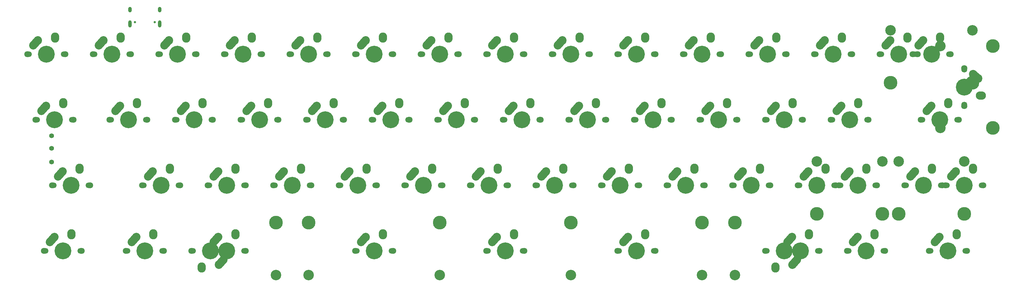
<source format=gbr>
%TF.GenerationSoftware,KiCad,Pcbnew,(6.0.4)*%
%TF.CreationDate,2022-03-30T13:59:28+02:00*%
%TF.ProjectId,32u2,33327532-2e6b-4696-9361-645f70636258,rev?*%
%TF.SameCoordinates,Original*%
%TF.FileFunction,Soldermask,Top*%
%TF.FilePolarity,Negative*%
%FSLAX46Y46*%
G04 Gerber Fmt 4.6, Leading zero omitted, Abs format (unit mm)*
G04 Created by KiCad (PCBNEW (6.0.4)) date 2022-03-30 13:59:28*
%MOMM*%
%LPD*%
G01*
G04 APERTURE LIST*
G04 Aperture macros list*
%AMHorizOval*
0 Thick line with rounded ends*
0 $1 width*
0 $2 $3 position (X,Y) of the first rounded end (center of the circle)*
0 $4 $5 position (X,Y) of the second rounded end (center of the circle)*
0 Add line between two ends*
20,1,$1,$2,$3,$4,$5,0*
0 Add two circle primitives to create the rounded ends*
1,1,$1,$2,$3*
1,1,$1,$4,$5*%
G04 Aperture macros list end*
%ADD10C,1.800000*%
%ADD11C,1.700000*%
%ADD12C,4.900000*%
%ADD13C,2.400000*%
%ADD14HorizOval,2.400000X-0.669131X-0.743145X0.669131X0.743145X0*%
%ADD15O,2.400000X2.950000*%
%ADD16C,3.987800*%
%ADD17C,3.048000*%
%ADD18HorizOval,2.400000X-0.743145X0.669131X0.743145X-0.669131X0*%
%ADD19O,2.950000X2.400000*%
%ADD20C,1.400000*%
%ADD21HorizOval,2.400000X0.669131X0.743145X-0.669131X-0.743145X0*%
%ADD22C,0.650000*%
%ADD23O,1.000000X1.600000*%
%ADD24O,1.000000X2.100000*%
G04 APERTURE END LIST*
D10*
%TO.C,SW1\u002C11*%
X238125001Y-79168249D03*
D11*
X237705001Y-79168249D03*
D10*
X227125001Y-79168249D03*
D11*
X227545001Y-79168249D03*
D12*
X232625001Y-79168249D03*
D13*
X230125001Y-75168249D03*
D14*
X229494132Y-75875104D03*
D15*
X235125001Y-74368249D03*
%TD*%
D16*
%TO.C,REF\u002A\u002A*%
X208812501Y-109013249D03*
D17*
X170712501Y-124253249D03*
X208812501Y-124253249D03*
D16*
X170712501Y-109013249D03*
%TD*%
D10*
%TO.C,SW1\u002C13_1*%
X285012501Y-64143249D03*
D11*
X285012501Y-64563249D03*
D10*
X285012501Y-75143249D03*
D12*
X285012501Y-69643249D03*
D11*
X285012501Y-74723249D03*
D18*
X288305646Y-66512380D03*
D13*
X289012501Y-67143249D03*
D19*
X289812501Y-72143249D03*
%TD*%
D12*
%TO.C,SW0\u002C2*%
X56412501Y-60118249D03*
D11*
X61492501Y-60118249D03*
D10*
X61912501Y-60118249D03*
X50912501Y-60118249D03*
D11*
X51332501Y-60118249D03*
D14*
X53281632Y-56825104D03*
D13*
X53912501Y-56118249D03*
D15*
X58912501Y-55318249D03*
%TD*%
D12*
%TO.C,SW2\u002C3*%
X89750001Y-98218249D03*
D11*
X84670001Y-98218249D03*
X94830001Y-98218249D03*
D10*
X95250001Y-98218249D03*
X84250001Y-98218249D03*
D13*
X87250001Y-94218249D03*
D14*
X86619132Y-94925104D03*
D15*
X92250001Y-93418249D03*
%TD*%
D10*
%TO.C,SW3\u002C6*%
X146162501Y-117268249D03*
D11*
X146582501Y-117268249D03*
X156742501Y-117268249D03*
D10*
X157162501Y-117268249D03*
D12*
X151662501Y-117268249D03*
D14*
X148531632Y-113975104D03*
D13*
X149162501Y-113268249D03*
D15*
X154162501Y-112468249D03*
%TD*%
D11*
%TO.C,SW2\u002C5*%
X132930001Y-98218249D03*
D10*
X122350001Y-98218249D03*
D12*
X127850001Y-98218249D03*
D11*
X122770001Y-98218249D03*
D10*
X133350001Y-98218249D03*
D13*
X125350001Y-94218249D03*
D14*
X124719132Y-94925104D03*
D15*
X130350001Y-93418249D03*
%TD*%
D11*
%TO.C,SW2\u002C7*%
X171030001Y-98218249D03*
D10*
X171450001Y-98218249D03*
D12*
X165950001Y-98218249D03*
D10*
X160450001Y-98218249D03*
D11*
X160870001Y-98218249D03*
D13*
X163450001Y-94218249D03*
D14*
X162819132Y-94925104D03*
D15*
X168450001Y-93418249D03*
%TD*%
D16*
%TO.C,REF\u002A\u002A*%
X293267501Y-81549499D03*
D17*
X278027501Y-81549499D03*
X278027501Y-57736999D03*
D16*
X293267501Y-57736999D03*
%TD*%
D11*
%TO.C,SW1\u002C13*%
X282948751Y-79168249D03*
D10*
X272368751Y-79168249D03*
D12*
X277868751Y-79168249D03*
D11*
X272788751Y-79168249D03*
D10*
X283368751Y-79168249D03*
D13*
X275368751Y-75168249D03*
D14*
X274737882Y-75875104D03*
D15*
X280368751Y-74368249D03*
%TD*%
D12*
%TO.C,SW2\u002C12_1*%
X285012501Y-98218249D03*
D11*
X279932501Y-98218249D03*
D10*
X290512501Y-98218249D03*
D11*
X290092501Y-98218249D03*
D10*
X279512501Y-98218249D03*
D13*
X282512501Y-94218249D03*
D14*
X281881632Y-94925104D03*
D15*
X287512501Y-93418249D03*
%TD*%
D10*
%TO.C,SW0\u002C5*%
X119062501Y-60118249D03*
D11*
X118642501Y-60118249D03*
X108482501Y-60118249D03*
D12*
X113562501Y-60118249D03*
D10*
X108062501Y-60118249D03*
D13*
X111062501Y-56118249D03*
D14*
X110431632Y-56825104D03*
D15*
X116062501Y-55318249D03*
%TD*%
D12*
%TO.C,SW3\u002C10*%
X237387501Y-117268249D03*
D11*
X242467501Y-117268249D03*
X232307501Y-117268249D03*
D10*
X242887501Y-117268249D03*
X231887501Y-117268249D03*
D14*
X234256632Y-113975104D03*
D13*
X234887501Y-113268249D03*
D15*
X239887501Y-112468249D03*
%TD*%
D20*
%TO.C,H2*%
X19800000Y-91400000D03*
%TD*%
D10*
%TO.C,SW3\u002C10_1*%
X227125001Y-117268249D03*
D11*
X227545001Y-117268249D03*
X237705001Y-117268249D03*
D12*
X232625001Y-117268249D03*
D10*
X238125001Y-117268249D03*
D13*
X235125001Y-121268249D03*
D21*
X235755870Y-120561394D03*
D15*
X230125001Y-122068249D03*
%TD*%
D11*
%TO.C,SW1\u002C12*%
X256755001Y-79168249D03*
D10*
X257175001Y-79168249D03*
D11*
X246595001Y-79168249D03*
D12*
X251675001Y-79168249D03*
D10*
X246175001Y-79168249D03*
D13*
X249175001Y-75168249D03*
D14*
X248544132Y-75875104D03*
D15*
X254175001Y-74368249D03*
%TD*%
D12*
%TO.C,SW1\u002C1*%
X42125001Y-79168249D03*
D10*
X47625001Y-79168249D03*
D11*
X37045001Y-79168249D03*
X47205001Y-79168249D03*
D10*
X36625001Y-79168249D03*
D14*
X38994132Y-75875104D03*
D13*
X39625001Y-75168249D03*
D15*
X44625001Y-74368249D03*
%TD*%
D12*
%TO.C,SW0\u002C1*%
X37362501Y-60118249D03*
D10*
X42862501Y-60118249D03*
D11*
X42442501Y-60118249D03*
X32282501Y-60118249D03*
D10*
X31862501Y-60118249D03*
D14*
X34231632Y-56825104D03*
D13*
X34862501Y-56118249D03*
D15*
X39862501Y-55318249D03*
%TD*%
D12*
%TO.C,SW2\u002C4*%
X108800001Y-98218249D03*
D11*
X113880001Y-98218249D03*
X103720001Y-98218249D03*
D10*
X114300001Y-98218249D03*
X103300001Y-98218249D03*
D13*
X106300001Y-94218249D03*
D14*
X105669132Y-94925104D03*
D15*
X111300001Y-93418249D03*
%TD*%
D11*
%TO.C,SW0\u002C11*%
X222782501Y-60118249D03*
X232942501Y-60118249D03*
D12*
X227862501Y-60118249D03*
D10*
X233362501Y-60118249D03*
X222362501Y-60118249D03*
D14*
X224731632Y-56825104D03*
D13*
X225362501Y-56118249D03*
D15*
X230362501Y-55318249D03*
%TD*%
D11*
%TO.C,SW3\u002C2_1*%
X71017501Y-117268249D03*
X60857501Y-117268249D03*
D10*
X71437501Y-117268249D03*
D12*
X65937501Y-117268249D03*
D10*
X60437501Y-117268249D03*
D21*
X69068370Y-120561394D03*
D13*
X68437501Y-121268249D03*
D15*
X63437501Y-122068249D03*
%TD*%
D17*
%TO.C,REF\u002A\u002A*%
X261200001Y-91233249D03*
D16*
X285012501Y-106473249D03*
D17*
X285012501Y-91233249D03*
D16*
X261200001Y-106473249D03*
%TD*%
D12*
%TO.C,SW2\u002C11*%
X242150001Y-98218249D03*
D10*
X247650001Y-98218249D03*
X236650001Y-98218249D03*
D11*
X237070001Y-98218249D03*
X247230001Y-98218249D03*
D14*
X239019132Y-94925104D03*
D13*
X239650001Y-94218249D03*
D15*
X244650001Y-93418249D03*
%TD*%
D10*
%TO.C,SW2\u002C1*%
X57150001Y-98218249D03*
D11*
X56730001Y-98218249D03*
D10*
X46150001Y-98218249D03*
D11*
X46570001Y-98218249D03*
D12*
X51650001Y-98218249D03*
D14*
X48519132Y-94925104D03*
D13*
X49150001Y-94218249D03*
D15*
X54150001Y-93418249D03*
%TD*%
D11*
%TO.C,SW1\u002C2*%
X56095001Y-79168249D03*
D12*
X61175001Y-79168249D03*
D10*
X66675001Y-79168249D03*
X55675001Y-79168249D03*
D11*
X66255001Y-79168249D03*
D13*
X58675001Y-75168249D03*
D14*
X58044132Y-75875104D03*
D15*
X63675001Y-74368249D03*
%TD*%
D20*
%TO.C,H1*%
X19800000Y-83800000D03*
%TD*%
D11*
%TO.C,SW1\u002C4*%
X94195001Y-79168249D03*
D12*
X99275001Y-79168249D03*
D11*
X104355001Y-79168249D03*
D10*
X93775001Y-79168249D03*
X104775001Y-79168249D03*
D13*
X96775001Y-75168249D03*
D14*
X96144132Y-75875104D03*
D15*
X101775001Y-74368249D03*
%TD*%
D10*
%TO.C,SW3\u002C2*%
X76200001Y-117268249D03*
D12*
X70700001Y-117268249D03*
D11*
X65620001Y-117268249D03*
D10*
X65200001Y-117268249D03*
D11*
X75780001Y-117268249D03*
D14*
X67569132Y-113975104D03*
D13*
X68200001Y-113268249D03*
D15*
X73200001Y-112468249D03*
%TD*%
D16*
%TO.C,REF\u002A\u002A*%
X263581251Y-68373249D03*
D17*
X287393751Y-53133249D03*
D16*
X287393751Y-68373249D03*
D17*
X263581251Y-53133249D03*
%TD*%
D11*
%TO.C,SW0\u002C10*%
X213892501Y-60118249D03*
D10*
X203312501Y-60118249D03*
D11*
X203732501Y-60118249D03*
D10*
X214312501Y-60118249D03*
D12*
X208812501Y-60118249D03*
D14*
X205681632Y-56825104D03*
D13*
X206312501Y-56118249D03*
D15*
X211312501Y-55318249D03*
%TD*%
D10*
%TO.C,SW0\u002C6*%
X138112501Y-60118249D03*
X127112501Y-60118249D03*
D12*
X132612501Y-60118249D03*
D11*
X127532501Y-60118249D03*
X137692501Y-60118249D03*
D14*
X129481632Y-56825104D03*
D13*
X130112501Y-56118249D03*
D15*
X135112501Y-55318249D03*
%TD*%
D10*
%TO.C,SW1\u002C3*%
X85725001Y-79168249D03*
D11*
X75145001Y-79168249D03*
X85305001Y-79168249D03*
D12*
X80225001Y-79168249D03*
D10*
X74725001Y-79168249D03*
D14*
X77094132Y-75875104D03*
D13*
X77725001Y-75168249D03*
D15*
X82725001Y-74368249D03*
%TD*%
D10*
%TO.C,SW2\u002C2*%
X76200001Y-98218249D03*
D11*
X75780001Y-98218249D03*
D12*
X70700001Y-98218249D03*
D10*
X65200001Y-98218249D03*
D11*
X65620001Y-98218249D03*
D14*
X67569132Y-94925104D03*
D13*
X68200001Y-94218249D03*
D15*
X73200001Y-93418249D03*
%TD*%
D12*
%TO.C,SW3\u002C11*%
X256437501Y-117268249D03*
D11*
X251357501Y-117268249D03*
D10*
X261937501Y-117268249D03*
X250937501Y-117268249D03*
D11*
X261517501Y-117268249D03*
D14*
X253306632Y-113975104D03*
D13*
X253937501Y-113268249D03*
D15*
X258937501Y-112468249D03*
%TD*%
D12*
%TO.C,SW2\u002C0*%
X25456251Y-98218249D03*
D11*
X30536251Y-98218249D03*
D10*
X19956251Y-98218249D03*
D11*
X20376251Y-98218249D03*
D10*
X30956251Y-98218249D03*
D14*
X22325382Y-94925104D03*
D13*
X22956251Y-94218249D03*
D15*
X27956251Y-93418249D03*
%TD*%
D10*
%TO.C,SW0\u002C9*%
X184262501Y-60118249D03*
X195262501Y-60118249D03*
D11*
X194842501Y-60118249D03*
X184682501Y-60118249D03*
D12*
X189762501Y-60118249D03*
D13*
X187262501Y-56118249D03*
D14*
X186631632Y-56825104D03*
D15*
X192262501Y-55318249D03*
%TD*%
D10*
%TO.C,SW0\u002C4*%
X89012501Y-60118249D03*
D12*
X94512501Y-60118249D03*
D11*
X99592501Y-60118249D03*
D10*
X100012501Y-60118249D03*
D11*
X89432501Y-60118249D03*
D14*
X91381632Y-56825104D03*
D13*
X92012501Y-56118249D03*
D15*
X97012501Y-55318249D03*
%TD*%
D10*
%TO.C,SW3\u002C12*%
X274750001Y-117268249D03*
X285750001Y-117268249D03*
D12*
X280250001Y-117268249D03*
D11*
X275170001Y-117268249D03*
X285330001Y-117268249D03*
D14*
X277119132Y-113975104D03*
D13*
X277750001Y-113268249D03*
D15*
X282750001Y-112468249D03*
%TD*%
D11*
%TO.C,SW2\u002C6*%
X141820001Y-98218249D03*
X151980001Y-98218249D03*
D10*
X141400001Y-98218249D03*
D12*
X146900001Y-98218249D03*
D10*
X152400001Y-98218249D03*
D14*
X143769132Y-94925104D03*
D13*
X144400001Y-94218249D03*
D15*
X149400001Y-93418249D03*
%TD*%
D11*
%TO.C,SW2\u002C13*%
X248976251Y-98218249D03*
D10*
X259556251Y-98218249D03*
D12*
X254056251Y-98218249D03*
D10*
X248556251Y-98218249D03*
D11*
X259136251Y-98218249D03*
D13*
X251556251Y-94218249D03*
D14*
X250925382Y-94925104D03*
D15*
X256556251Y-93418249D03*
%TD*%
D10*
%TO.C,SW1\u002C6*%
X142875001Y-79168249D03*
X131875001Y-79168249D03*
D11*
X132295001Y-79168249D03*
D12*
X137375001Y-79168249D03*
D11*
X142455001Y-79168249D03*
D14*
X134244132Y-75875104D03*
D13*
X134875001Y-75168249D03*
D15*
X139875001Y-74368249D03*
%TD*%
D11*
%TO.C,SW0\u002C12*%
X241832501Y-60118249D03*
X251992501Y-60118249D03*
D10*
X241412501Y-60118249D03*
X252412501Y-60118249D03*
D12*
X246912501Y-60118249D03*
D14*
X243781632Y-56825104D03*
D13*
X244412501Y-56118249D03*
D15*
X249412501Y-55318249D03*
%TD*%
D12*
%TO.C,SW0\u002C8*%
X170712501Y-60118249D03*
D11*
X165632501Y-60118249D03*
D10*
X176212501Y-60118249D03*
D11*
X175792501Y-60118249D03*
D10*
X165212501Y-60118249D03*
D13*
X168212501Y-56118249D03*
D14*
X167581632Y-56825104D03*
D15*
X173212501Y-55318249D03*
%TD*%
D12*
%TO.C,SW1\u002C0*%
X20693751Y-79168249D03*
D10*
X26193751Y-79168249D03*
D11*
X15613751Y-79168249D03*
D10*
X15193751Y-79168249D03*
D11*
X25773751Y-79168249D03*
D13*
X18193751Y-75168249D03*
D14*
X17562882Y-75875104D03*
D15*
X23193751Y-74368249D03*
%TD*%
D11*
%TO.C,SW0.7*%
X156742501Y-60118249D03*
D10*
X146162501Y-60118249D03*
X157162501Y-60118249D03*
D11*
X146582501Y-60118249D03*
D12*
X151662501Y-60118249D03*
D14*
X148531632Y-56825104D03*
D13*
X149162501Y-56118249D03*
D15*
X154162501Y-55318249D03*
%TD*%
D10*
%TO.C,SW1\u002C5*%
X123825001Y-79168249D03*
D12*
X118325001Y-79168249D03*
D11*
X113245001Y-79168249D03*
D10*
X112825001Y-79168249D03*
D11*
X123405001Y-79168249D03*
D14*
X115194132Y-75875104D03*
D13*
X115825001Y-75168249D03*
D15*
X120825001Y-74368249D03*
%TD*%
D17*
%TO.C,REF\u002A\u002A*%
X265962501Y-91233249D03*
D16*
X242150001Y-106473249D03*
D17*
X242150001Y-91233249D03*
D16*
X265962501Y-106473249D03*
%TD*%
D10*
%TO.C,SW2\u002C8*%
X179500001Y-98218249D03*
D11*
X190080001Y-98218249D03*
X179920001Y-98218249D03*
D10*
X190500001Y-98218249D03*
D12*
X185000001Y-98218249D03*
D14*
X181869132Y-94925104D03*
D13*
X182500001Y-94218249D03*
D15*
X187500001Y-93418249D03*
%TD*%
D10*
%TO.C,SW3\u002C1*%
X52387501Y-117268249D03*
D11*
X41807501Y-117268249D03*
D12*
X46887501Y-117268249D03*
D10*
X41387501Y-117268249D03*
D11*
X51967501Y-117268249D03*
D14*
X43756632Y-113975104D03*
D13*
X44387501Y-113268249D03*
D15*
X49387501Y-112468249D03*
%TD*%
D12*
%TO.C,SW0\u002C13*%
X275487501Y-60118249D03*
D10*
X269987501Y-60118249D03*
X280987501Y-60118249D03*
D11*
X270407501Y-60118249D03*
X280567501Y-60118249D03*
D13*
X272987501Y-56118249D03*
D14*
X272356632Y-56825104D03*
D15*
X277987501Y-55318249D03*
%TD*%
D11*
%TO.C,SW2\u002C10*%
X218020001Y-98218249D03*
X228180001Y-98218249D03*
D10*
X217600001Y-98218249D03*
D12*
X223100001Y-98218249D03*
D10*
X228600001Y-98218249D03*
D14*
X219969132Y-94925104D03*
D13*
X220600001Y-94218249D03*
D15*
X225600001Y-93418249D03*
%TD*%
D12*
%TO.C,SW3\u002C3*%
X113562501Y-117268249D03*
D11*
X118642501Y-117268249D03*
D10*
X108062501Y-117268249D03*
D11*
X108482501Y-117268249D03*
D10*
X119062501Y-117268249D03*
D14*
X110431632Y-113975104D03*
D13*
X111062501Y-113268249D03*
D15*
X116062501Y-112468249D03*
%TD*%
D12*
%TO.C,SW0\u002C3*%
X75462501Y-60118249D03*
D11*
X70382501Y-60118249D03*
D10*
X80962501Y-60118249D03*
X69962501Y-60118249D03*
D11*
X80542501Y-60118249D03*
D14*
X72331632Y-56825104D03*
D13*
X72962501Y-56118249D03*
D15*
X77962501Y-55318249D03*
%TD*%
D10*
%TO.C,SW1\u002C10*%
X208075001Y-79168249D03*
D11*
X208495001Y-79168249D03*
D10*
X219075001Y-79168249D03*
D11*
X218655001Y-79168249D03*
D12*
X213575001Y-79168249D03*
D13*
X211075001Y-75168249D03*
D14*
X210444132Y-75875104D03*
D15*
X216075001Y-74368249D03*
%TD*%
D11*
%TO.C,SW0\u002C0*%
X13232501Y-60118249D03*
X23392501Y-60118249D03*
D10*
X23812501Y-60118249D03*
X12812501Y-60118249D03*
D12*
X18312501Y-60118249D03*
D14*
X15181632Y-56825104D03*
D13*
X15812501Y-56118249D03*
D15*
X20812501Y-55318249D03*
%TD*%
D11*
%TO.C,SW3\u002C8*%
X184682501Y-117268249D03*
D10*
X184262501Y-117268249D03*
D11*
X194842501Y-117268249D03*
D12*
X189762501Y-117268249D03*
D10*
X195262501Y-117268249D03*
D14*
X186631632Y-113975104D03*
D13*
X187262501Y-113268249D03*
D15*
X192262501Y-112468249D03*
%TD*%
D20*
%TO.C,H0*%
X19800000Y-87500000D03*
%TD*%
D10*
%TO.C,SW1\u002C9*%
X189025001Y-79168249D03*
X200025001Y-79168249D03*
D11*
X189445001Y-79168249D03*
D12*
X194525001Y-79168249D03*
D11*
X199605001Y-79168249D03*
D13*
X192025001Y-75168249D03*
D14*
X191394132Y-75875104D03*
D15*
X197025001Y-74368249D03*
%TD*%
D11*
%TO.C,SW0\u002C13_1*%
X260882501Y-60118249D03*
D12*
X265962501Y-60118249D03*
D11*
X271042501Y-60118249D03*
D10*
X260462501Y-60118249D03*
X271462501Y-60118249D03*
D13*
X263462501Y-56118249D03*
D14*
X262831632Y-56825104D03*
D15*
X268462501Y-55318249D03*
%TD*%
D10*
%TO.C,SW1\u002C7*%
X150925001Y-79168249D03*
D11*
X151345001Y-79168249D03*
D12*
X156425001Y-79168249D03*
D11*
X161505001Y-79168249D03*
D10*
X161925001Y-79168249D03*
D14*
X153294132Y-75875104D03*
D13*
X153925001Y-75168249D03*
D15*
X158925001Y-74368249D03*
%TD*%
D10*
%TO.C,SW1\u002C8*%
X180975001Y-79168249D03*
X169975001Y-79168249D03*
D11*
X180555001Y-79168249D03*
X170395001Y-79168249D03*
D12*
X175475001Y-79168249D03*
D14*
X172344132Y-75875104D03*
D13*
X172975001Y-75168249D03*
D15*
X177975001Y-74368249D03*
%TD*%
D17*
%TO.C,REF\u002A\u002A*%
X94512501Y-124253249D03*
D16*
X132612501Y-109013249D03*
D17*
X132612501Y-124253249D03*
D16*
X94512501Y-109013249D03*
%TD*%
D17*
%TO.C,REF\u002A\u002A*%
X208812501Y-124253249D03*
D16*
X208812501Y-109013249D03*
X94512501Y-109013249D03*
D17*
X94512501Y-124253249D03*
%TD*%
D10*
%TO.C,SW2\u002C12*%
X278606251Y-98218249D03*
D11*
X268026251Y-98218249D03*
D12*
X273106251Y-98218249D03*
D10*
X267606251Y-98218249D03*
D11*
X278186251Y-98218249D03*
D14*
X269975382Y-94925104D03*
D13*
X270606251Y-94218249D03*
D15*
X275606251Y-93418249D03*
%TD*%
D10*
%TO.C,SW3\u002C0*%
X28575001Y-117268249D03*
X17575001Y-117268249D03*
D11*
X17995001Y-117268249D03*
D12*
X23075001Y-117268249D03*
D11*
X28155001Y-117268249D03*
D13*
X20575001Y-113268249D03*
D14*
X19944132Y-113975104D03*
D15*
X25575001Y-112468249D03*
%TD*%
D16*
%TO.C,REF\u002A\u002A*%
X84987501Y-109043249D03*
D17*
X218337501Y-124253249D03*
X84987501Y-124253249D03*
D16*
X218337501Y-109043249D03*
%TD*%
D10*
%TO.C,SW2\u002C9*%
X198550001Y-98218249D03*
D12*
X204050001Y-98218249D03*
D10*
X209550001Y-98218249D03*
D11*
X209130001Y-98218249D03*
X198970001Y-98218249D03*
D14*
X200919132Y-94925104D03*
D13*
X201550001Y-94218249D03*
D15*
X206550001Y-93418249D03*
%TD*%
D22*
%TO.C,J0*%
X49777501Y-50811999D03*
X43997501Y-50811999D03*
D23*
X42567501Y-47161999D03*
X51207501Y-47161999D03*
D24*
X51207501Y-51341999D03*
X42567501Y-51341999D03*
%TD*%
M02*

</source>
